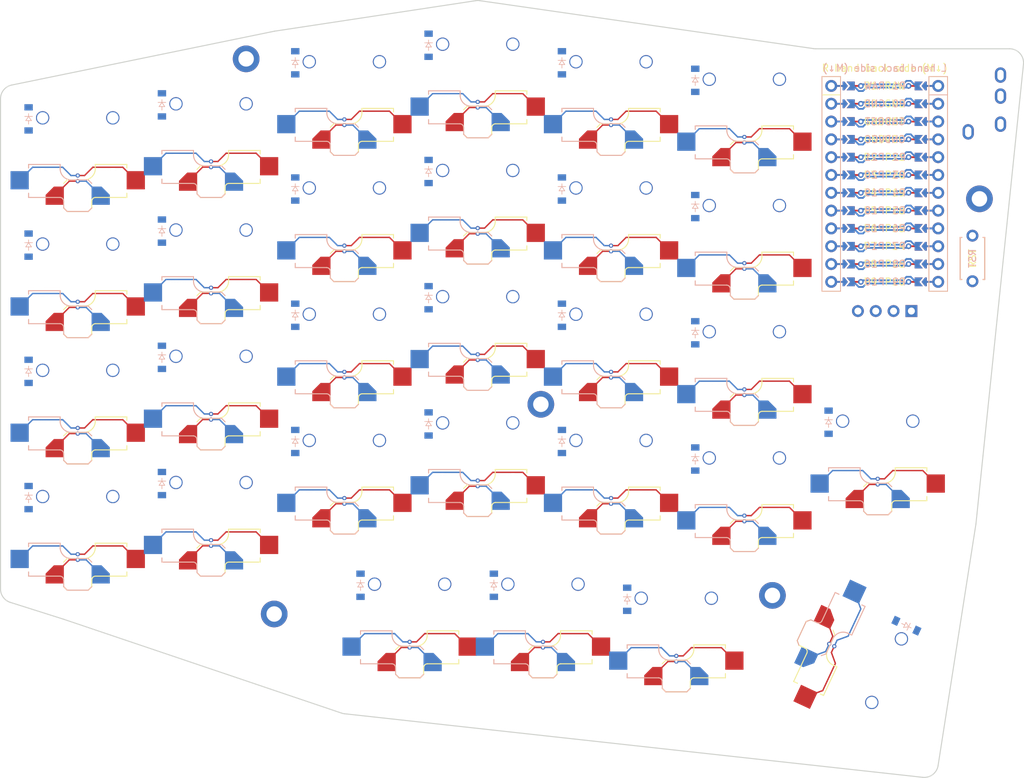
<source format=kicad_pcb>
(kicad_pcb (version 20241229) (generator "pcbnew") (generator_version "9.0")
  (title_block (title "MadoSplit") (date "2025-06-02") (rev "v1.0.0") (company "Unknown"))
  (layers (0 "F.Cu" signal) (2 "B.Cu" signal) (13 "F.Paste" user) (15 "B.Paste" user) (5 "F.SilkS" user "F.Silkscreen") (7 "B.SilkS" user "B.Silkscreen") (1 "F.Mask" user) (3 "B.Mask" user) (25 "Edge.Cuts" user))
  (net 0 "")
  (net 1 "P19")
  (net 2 "mod_bot")
  (net 3 "GND")
  (net 4 "mod_mid")
  (net 5 "mod_top")
  (net 6 "mod_num")
  (net 7 "P18")
  (net 8 "pinky_bot")
  (net 9 "pinky_mid")
  (net 10 "pinky_top")
  (net 11 "pinky_num")
  (net 12 "P15")
  (net 13 "ring_bot")
  (net 14 "ring_mid")
  (net 15 "ring_top")
  (net 16 "ring_num")
  (net 17 "P14")
  (net 18 "middle_bot")
  (net 19 "middle_mid")
  (net 20 "middle_top")
  (net 21 "middle_num")
  (net 22 "P16")
  (net 23 "index_bot")
  (net 24 "index_mid")
  (net 25 "index_top")
  (net 26 "index_num")
  (net 27 "P10")
  (net 28 "inner_bot")
  (net 29 "inner_mid")
  (net 30 "inner_top")
  (net 31 "inner_num")
  (net 32 "reach_reach")
  (net 33 "tucky1_stretch")
  (net 34 "tucky2_stretch")
  (net 35 "tucky3_stretch")
  (net 36 "reachy_stretch")
  (net 37 "P7")
  (net 38 "P6")
  (net 39 "P5")
  (net 40 "P4")
  (net 41 "P8")
  (net 42 "P9")
  (net 43 "RAW")
  (net 44 "RST")
  (net 45 "VCC")
  (net 46 "P21")
  (net 47 "P20")
  (net 48 "P1")
  (net 49 "P0")
  (net 50 "P2")
  (net 51 "P3")
  (net 52 "MCU1_24")
  (net 53 "MCU1_1")
  (net 54 "MCU1_23")
  (net 55 "MCU1_2")
  (net 56 "MCU1_22")
  (net 57 "MCU1_3")
  (net 58 "MCU1_21")
  (net 59 "MCU1_4")
  (net 60 "MCU1_20")
  (net 61 "MCU1_5")
  (net 62 "MCU1_19")
  (net 63 "MCU1_6")
  (net 64 "MCU1_18")
  (net 65 "MCU1_7")
  (net 66 "MCU1_17")
  (net 67 "MCU1_8")
  (net 68 "MCU1_16")
  (net 69 "MCU1_9")
  (net 70 "MCU1_15")
  (net 71 "MCU1_10")
  (net 72 "MCU1_14")
  (net 73 "MCU1_11")
  (net 74 "MCU1_13")
  (net 75 "MCU1_12")
  (footprint "ceoloide:mounting_hole_plated" (layer "F.Cu") (at 228.5 52.4)
    (property "Reference" "H4" (hide yes))
    (property "Value" "")
  )
  (footprint "ceoloide:reset_switch_tht_top" (layer "F.Cu") (at 227.5 60.9 90)
    (property "Reference" "RST1" (hide yes))
    (property "Value" "")
  )
  (footprint "ceoloide:trrs_pj320a" (layer "F.Cu") (at 229.2 31.55)
    (property "Reference" "TRRS1" (hide yes))
    (property "Value" "")
  )
  (footprint "ceoloide:mcu_supermini_nrf52840" (layer "F.Cu") (at 215 49)
    (property "Reference" "MCU1" (hide yes))
    (property "Value" "")
  )
  (footprint "ceoloide:mounting_hole_plated" (layer "F.Cu") (at 199 108.95)
    (property "Reference" "H3" (hide yes))
    (property "Value" "")
  )
  (footprint "lib:OLED_headers" (layer "F.Cu") (at 209 70 90)
    (property "Reference" "OLED1" (hide yes))
    (property "Value" "OLED")
  )
  (footprint "ceoloide:mounting_hole_plated" (layer "F.Cu") (at 124 32.44)
    (property "Reference" "H1" (hide yes))
    (property "Value" "")
  )
  (footprint "ceoloide:mounting_hole_plated" (layer "F.Cu") (at 166 81.7)
    (property "Reference" "H5" (hide yes))
    (property "Value" "")
  )
  (footprint "ceoloide:mounting_hole_plated" (layer "F.Cu") (at 128 111.6)
    (property "Reference" "H2" (hide yes))
    (property "Value" "")
  )
  (footprint "ceoloide:diode_tht_sod123" (layer "B.Cu") (at 150 48.5 -90)
    (property "Reference" "D15" (hide yes))
    (property "Value" "")
  )
  (footprint "ceoloide:diode_tht_sod123" (layer "B.Cu") (at 178.3 109.5 -90)
    (property "Reference" "D28" (hide yes))
    (property "Value" "")
  )
  (footprint "ceoloide:switch_choc_v1_v2" (layer "B.Cu") (at 100 64 180)
    (property "Reference" "S3" (hide yes))
    (property "Value" "")
  )
  (footprint "ceoloide:switch_choc_v1_v2" (layer "B.Cu") (at 100 46 180)
    (property "Reference" "S4" (hide yes))
    (property "Value" "")
  )
  (footprint "ceoloide:switch_choc_v1_v2" (layer "B.Cu") (at 195 76.5 180)
    (property "Reference" "S22" (hide yes))
    (property "Value" "")
  )
  (footprint "ceoloide:switch_choc_v1_v2" (layer "B.Cu") (at 176 38 180)
    (property "Reference" "S20" (hide yes))
    (property "Value" "")
  )
  (footprint "ceoloide:diode_tht_sod123" (layer "B.Cu") (at 169 33 -90)
    (property "Reference" "D20" (hide yes))
    (property "Value" "")
  )
  (footprint "ceoloide:switch_choc_v1_v2" (layer "B.Cu") (at 138 74 180)
    (property "Reference" "S10" (hide yes))
    (property "Value" "")
  )
  (footprint "ceoloide:diode_tht_sod123" (layer "B.Cu") (at 188 71.5 -90)
    (property "Reference" "D22" (hide yes))
    (property "Value" "")
  )
  (footprint "ceoloide:switch_choc_v1_v2" (layer "B.Cu") (at 166.3 112.5 180)
    (property "Reference" "S27" (hide yes))
    (property "Value" "")
  )
  (footprint "ceoloide:switch_choc_v1_v2" (layer "B.Cu") (at 100 82 180)
    (property "Reference" "S2" (hide yes))
    (property "Value" "")
  )
  (footprint "ceoloide:switch_choc_v1_v2" (layer "B.Cu") (at 176 92 180)
    (property "Reference" "S17" (hide yes))
    (property "Value" "")
  )
  (footprint "ceoloide:diode_tht_sod123" (layer "B.Cu") (at 112 39 -90)
    (property "Reference" "D8" (hide yes))
    (property "Value" "")
  )
  (footprint "ceoloide:diode_tht_sod123" (layer "B.Cu") (at 140.3 107.5 -90)
    (property "Reference" "D26" (hide yes))
    (property "Value" "")
  )
  (footprint "ceoloide:switch_choc_v1_v2" (layer "B.Cu") (at 195 94.5 180)
    (property "Reference" "S21" (hide yes))
    (property "Value" "")
  )
  (footprint "ceoloide:switch_choc_v1_v2" (layer "B.Cu") (at 157 71.5 180)
    (property "Reference" "S14" (hide yes))
    (property "Value" "")
  )
  (footprint "ceoloide:switch_choc_v1_v2" (layer "B.Cu") (at 185.3 114.5 180)
    (property "Reference" "S28" (hide yes))
    (property "Value" "")
  )
  (footprint "ceoloide:diode_tht_sod123" (layer "B.Cu") (at 93 41 -90)
    (property "Reference" "D4" (hide yes))
    (property "Value" "")
  )
  (footprint "ceoloide:diode_tht_sod123" (layer "B.Cu") (at 159.3 107.5 -90)
    (property "Reference" "D27" (hide yes))
    (property "Value" "")
  )
  (footprint "ceoloide:switch_choc_v1_v2" (layer "B.Cu") (at 119 80 180)
    (property "Reference" "S6" (hide yes))
    (property "Value" "")
  )
  (footprint "ceoloide:diode_tht_sod123" (layer "B.Cu") (at 131 33 -90)
    (property "Reference" "D12" (hide yes))
    (property "Value" "")
  )
  (footprint "ceoloide:switch_choc_v1_v2" (layer "B.Cu") (at 176 56 180)
    (property "Reference" "S19" (hide yes))
    (property "Value" "")
  )
  (footprint "ceoloide:switch_choc_v1_v2" (layer "B.Cu") (at 157 89.5 180)
    (property "Reference" "S13" (hide yes))
    (property "Value" "")
  )
  (footprint "ceoloide:diode_tht_sod123" (layer "B.Cu") (at 93 59 -90)
    (property "Reference" "D3" (hide yes))
    (property "Value" "")
  )
  (footprint "ceoloide:diode_tht_sod123" (layer "B.Cu") (at 131 69 -90)
    (property "Reference" "D10" (hide yes))
    (property "Value" "")
  )
  (footprint "ceoloide:diode_tht_sod123" (layer "B.Cu") (at 150 84.5 -90)
    (property "Reference" "D13" (hide yes))
    (property "Value" "")
  )
  (footprint "ceoloide:diode_tht_sod123" (layer "B.Cu") (at 188 35.5 -90)
    (property "Reference" "D24" (hide yes))
    (property "Value" "")
  )
  (footprint "ceoloide:switch_choc_v1_v2" (layer "B.Cu") (at 157 53.5 180)
    (property "Reference" "S15" (hide yes))
    (property "Value" "")
  )
  (footprint "ceoloide:switch_choc_v1_v2" (layer "B.Cu") (at 195 40.5 180)
    (property "Reference" "S24" (hide yes))
    (property "Value" "")
  )
  (footprint "ceoloide:diode_tht_sod123" (layer "B.Cu") (at 131 87 -90)
    (property "Reference" "D9" (hide yes))
    (property "Value" "")
  )
  (footprint "ceoloide:switch_choc_v1_v2" (layer "B.Cu") (at 119 62 180)
    (property "Reference" "S7" (hide yes))
    (property "Value" "")
  )
  (footprint "ceoloide:switch_choc_v1_v2" (layer "B.Cu") (at 138 38 180)
    (property "Reference" "S12" (hide yes))
    (property "Value" "")
  )
  (footprint "ceoloide:diode_tht_sod123" (layer "B.Cu") (at 131 51 -90)
    (property "Reference" "D11" (hide yes))
    (property "Value" "")
  )
  (footprint "ceoloide:switch_choc_v1_v2" (layer "B.Cu") (at 119 44 180)
    (property "Reference" "S8" (hide yes))
    (property "Value" "")
  )
  (footprint "ceoloide:switch_choc_v1_v2" (layer "B.Cu") (at 147.3 112.5 180)
    (property "Reference" "S26" (hide yes))
    (property "Value" "")
  )
  (footprint "ceoloide:diode_tht_sod123" (layer "B.Cu") (at 169 51 -90)
    (property "Reference" "D19" (hide yes))
    (property "Value" "")
  )
  (footprint "ceoloide:switch_choc_v1_v2" (layer "B.Cu") (at 195 58.5 180)
    (property "Reference" "S23" (hide yes))
    (property "Value" "")
  )
  (footprint "ceoloide:switch_choc_v1_v2" (layer "B.Cu") (at 119 98 180)
    (property "Reference" "S5" (hide yes))
    (property "Value" "")
  )
  (footprint "ceoloide:diode_tht_sod123" (layer "B.Cu") (at 188 53.5 -90)
    (property "Reference" "D23" (hide yes))
    (property "Value" "")
  )
  (footprint "ceoloide:switch_choc_v1_v2" (layer "B.Cu") (at 210.6 117.5 65)
    (property "Reference" "S29" (hide yes))
    (property "Value" "")
  )
  (footprint "ceoloide:switch_choc_v1_v2" (layer "B.Cu") (at 138 92 180)
    (property "Reference" "S9" (hide yes))
    (property "Value" "")
  )
  (footprint "ceoloide:diode_tht_sod123" (layer "B.Cu") (at 188 89.5 -90)
    (property "Reference" "D21" (hide yes))
    (property "Value" "")
  )
  (footprint "ceoloide:diode_tht_sod123" (layer "B.Cu") (at 112 75 -90)
    (property "Reference" "D6" (hide yes))
    (property "Value" "")
  )
  (footprint "ceoloide:switch_choc_v1_v2" (layer "B.Cu") (at 138 56 180)
    (property "Reference" "S11" (hide yes))
    (property "Value" "")
  )
  (footprint "ceoloide:diode_tht_sod123" (layer "B.Cu") (at 169 69 -90)
    (property "Reference" "D18" (hide yes))
    (property "Value" "")
  )
  (footprint "ceoloide:diode_tht_sod123" (layer "B.Cu") (at 112 93 -90)
    (property "Reference" "D5" (hide yes))
    (property "Value" "")
  )
  (footprint "ceoloide:diode_tht_sod123" (layer "B.Cu") (at 93 95 -90)
    (property "Reference" "D1" (hide yes))
    (property "Value" "")
  )
  (footprint "ceoloide:switch_choc_v1_v2" (layer "B.Cu") (at 214 89.25 180)
    (property "Reference" "S25" (hide yes))
    (property "Value" "")
  )
  (footprint "ceoloide:diode_tht_sod123" (layer "B.Cu") (at 169 87 -90)
    (property "Reference" "D17" (hide yes))
    (property "Value" "")
  )
  (footprint "ceoloide:diode_tht_sod123" (layer "B.Cu") (at 150 66.5 -90)
    (property "Reference" "D14" (hide yes))
    (property "Value" "")
  )
  (footprint "ceoloide:switch_choc_v1_v2" (layer "B.Cu") (at 100 100 180)
    (property "Reference" "S1" (hide yes))
    (property "Value" "")
  )
  (footprint "ceoloide:diode_tht_sod123" (layer "B.Cu") (at 112 57 -90)
    (property "Reference" "D7" (hide yes))
    (property "Value" "")
  )
  (footprint "ceoloide:diode_tht_sod123" (layer "B.Cu") (at 93 77 -90)
    (property "Reference" "D2" (hide yes))
    (property "Value" "")
  )
  (footprint "ceoloide:switch_choc_v1_v2" (layer "B.Cu") (at 176 74 180)
    (property "Reference" "S18" (hide yes))
    (property "Value" "")
  )
  (footprint "ceoloide:diode_tht_sod123" (layer "B.Cu") (at 150 30.5 -90)
    (property "Reference" "D16" (hide yes))
    (property "Value" "")
  )
  (footprint "ceoloide:diode_tht_sod123" (layer "B.Cu") (at 218.089867 113.268937 155)
    (property "Reference" "D29" (hide yes))
    (property "Value" "")
  )
  (footprint "ceoloide:diode_tht_sod123" (layer "B.Cu") (at 207 84.25 -90)
    (property "Reference" "D25" (hide yes))
    (property "Value" "")
  )
  (footprint "ceoloide:switch_choc_v1_v2" (layer "B.Cu") (at 157 35.5 180)
    (property "Reference" "S16" (hide yes))
    (property "Value" "")
  )
  (gr_line (start 232.782711 31) (end 205.143015 31) (stroke (width 0.15)) (layer "Edge.Cuts"))
  (gr_arc (start 127.949298 28.5104) (mid 128.000117 28.500658) (end 128.051171 28.492236) (stroke (width 0.15)) (layer "Edge.Cuts"))
  (gr_arc (start 232.782711 31) (mid 234.267812 31.660432) (end 234.772121 33.205548) (stroke (width 0.15)) (layer "Edge.Cuts"))
  (gr_arc (start 97.981683 112.344199) (mid 97.999972 112.350088) (end 98.018204 112.356152) (stroke (width 0.15)) (layer "Edge.Cuts"))
  (gr_line (start 127.949298 28.5104) (end 90.598112 36.172182) (stroke (width 0.15)) (layer "Edge.Cuts"))
  (gr_line (start 228.005379 98.697939) (end 234.772121 33.205548) (stroke (width 0.15)) (layer "Edge.Cuts"))
  (gr_line (start 156.707874 24.144323) (end 128.051171 28.492236) (stroke (width 0.15)) (layer "Edge.Cuts"))
  (gr_line (start 98.018204 112.356152) (end 137.59427 125.730476) (stroke (width 0.15)) (layer "Edge.Cuts"))
  (gr_line (start 89 38.131388) (end 89 108.035451) (stroke (width 0.15)) (layer "Edge.Cuts"))
  (gr_line (start 90.396217 109.942135) (end 97.981683 112.3442) (stroke (width 0.15)) (layer "Edge.Cuts"))
  (gr_arc (start 138.015858 125.823748) (mid 137.80254 125.78852) (end 137.59427 125.730476) (stroke (width 0.15)) (layer "Edge.Cuts"))
  (gr_arc (start 89 38.131388) (mid 89.450202 36.86723) (end 90.598112 36.172182) (stroke (width 0.15)) (layer "Edge.Cuts"))
  (gr_line (start 138.015858 125.823748) (end 220.410896 134.888703) (stroke (width 0.15)) (layer "Edge.Cuts"))
  (gr_arc (start 222.605549 133.210016) (mid 221.844708 134.489273) (end 220.410896 134.888703) (stroke (width 0.15)) (layer "Edge.Cuts"))
  (gr_arc (start 205.143015 31) (mid 205.000364 30.994908) (end 204.85844 30.979651) (stroke (width 0.15)) (layer "Edge.Cuts"))
  (gr_line (start 222.605549 133.210016) (end 227.991905 98.801709) (stroke (width 0.15)) (layer "Edge.Cuts"))
  (gr_arc (start 90.396217 109.942135) (mid 89.386395 109.217063) (end 89 108.035451) (stroke (width 0.15)) (layer "Edge.Cuts"))
  (gr_line (start 204.85844 30.979651) (end 157.292463 24.142042) (stroke (width 0.15)) (layer "Edge.Cuts"))
  (gr_arc (start 156.707874 24.144323) (mid 157.000085 24.121706) (end 157.292463 24.142042) (stroke (width 0.15)) (layer "Edge.Cuts"))
  (gr_arc (start 228.005379 98.697939) (mid 227.999322 98.749912) (end 227.991905 98.801709) (stroke (width 0.15)) (layer "Edge.Cuts"))
  (segment (start 98.8 67.875) (end 100 67.875) (width 0.2) (layer "F.Cu") (net 1))
  (segment (start 96.725 105.95) (end 98.8 103.875) (width 0.2) (layer "F.Cu") (net 1))
  (segment (start 96.725 51.95) (end 98.8 49.875) (width 0.2) (layer "F.Cu") (net 1))
  (segment (start 98.8 85.875) (end 100 85.875) (width 0.2) (layer "F.Cu") (net 1))
  (segment (start 96.725 69.95) (end 98.8 67.875) (width 0.2) (layer "F.Cu") (net 1))
  (segment (start 98.8 49.875) (end 100 49.875) (width 0.2) (layer "F.Cu") (net 1))
  (segment (start 98.8 103.875) (end 100 103.875) (width 0.2) (layer "F.Cu") (net 1))
  (segment (start 96.725 87.95) (end 98.8 85.875) (width 0.2) (layer "F.Cu") (net 1))
  (segment (start 219.775 51.54) (end 218.4 51.54) (width 0.25) (layer "F.Cu") (net 1))
  (via (at 100 67.875) (size 0.6) (drill 0.3) (layers "F.Cu" "B.Cu") (net 1))
  (via (at 100 103.875) (size 0.6) (drill 0.3) (layers "F.Cu" "B.Cu") (net 1))
  (via (at 100 49.875) (size 0.6) (drill 0.3) (layers "F.Cu" "B.Cu") (net 1))
  (via (at 100 85.875) (size 0.6) (drill 0.3) (layers "F.Cu" "B.Cu") (net 1))
  (segment (start 211.900305 52.265) (end 212.395305 51.77) (width 0.25) (layer "B.Cu") (net 1))
  (segment (start 103.275 87.95) (end 101.2 85.875) (width 0.2) (layer "B.Cu") (net 1))
  (segment (start 210.574695 51.54) (end 211.299695 52.265) (width 0.25) (layer "B.Cu") (net 1))
  (segment (start 101.2 103.875) (end 100 103.875) (width 0.2) (layer "B.Cu") (net 1))
  (segment (start 101.2 49.875) (end 100 49.875) (width 0.2) (layer "B.Cu") (net 1))
  (segment (start 212.395305 51.77) (end 218.17 51.77) (width 0.25) (layer "B.Cu") (net 1))
  (segment (start 103.275 69.95) (end 101.2 67.875) (width 0.2) (layer "B.Cu") (net 1))
  (segment (start 210.225 51.54) (end 210.574695 51.54) (width 0.25) (layer "B.Cu") (net 1))
  (segment (start 103.275 105.95) (end 101.2 103.875) (width 0.2) (layer "B.Cu") (net 1))
  (segment (start 101.2 67.875) (end 100 67.875) (width 0.2) (layer "B.Cu") (net 1))
  (segment (start 211.299695 52.265) (end 211.900305 52.265) (width 0.25) (layer "B.Cu") (net 1))
  (segment (start 103.275 51.95) (end 101.2 49.875) (width 0.2) (layer "B.Cu") (net 1))
  (segment (start 101.2 85.875) (end 100 85.875) (width 0.2) (layer "B.Cu") (net 1))
  (segment (start 100.975 103.075) (end 100 103.075) (width 0.2) (layer "F.Cu") (net 2))
  (segment (start 102.154 101.896) (end 100.975 103.075) (width 0.2) (layer "F.Cu") (net 2))
  (segment (start 108.275 103.75) (end 106.421 101.896) (width 0.2) (layer "F.Cu") (net 2))
  (segment (start 106.421 101.896) (end 102.154 101.896) (width 0.2) (layer "F.Cu") (net 2))
  (via (at 100 103.075) (size 0.6) (drill 0.3) (layers "F.Cu" "B.Cu") (net 2))
  (segment (start 97.859834 101.896) (end 99.038834 103.075) (width 0.2) (layer "B.Cu") (net 2))
  (segment (start 91.725 103.75) (end 93.579 101.896) (width 0.2) (layer "B.Cu") (net 2))
  (segment (start 93.579 101.896) (end 97.859834 101.896) (width 0.2) (layer "B.Cu") (net 2))
  (segment (start 99.038834 103.075) (end 100 103.075) (width 0.2) (layer "B.Cu") (net 2))
  (segment (start 210.225 43.92) (end 211.6 43.92) (width 0.25) (layer "F.Cu") (net 3))
  (segment (start 219.775 38.84) (end 218.4 38.84) (width 0.25) (layer "F.Cu") (net 3))
  (segment (start 210.225 41.38) (end 211.6 41.38) (width 0.25) (layer "F.Cu") (net 3))
  (segment (start 218.099695 40.655) (end 217.594695 41.16) (width 0.25) (layer "B.Cu") (net 3))
  (segment (start 210.574695 38.84) (end 211.299695 39.565) (width 0.25) (layer "B.Cu") (net 3))
  (segment (start 219.775 41.38) (end 219.425305 41.38) (width 0.25) (layer "B.Cu") (net 3))
  (segment (start 219.425305 43.92) (end 218.700305 43.195) (width 0.25) (layer "B.Cu") (net 3))
  (segment (start 219.775 43.92) (end 219.425305 43.92) (width 0.25) (layer "B.Cu") (net 3))
  (segment (start 211.299695 39.565) (end 211.900305 39.565) (width 0.25) (layer "B.Cu") (net 3))
  (segment (start 218.700305 43.195) (end 218.099695 43.195) (width 0.25) (layer "B.Cu") (net 3))
  (segment (start 212.395305 39.07) (end 218.17 39.07) (width 0.25) (layer "B.Cu") (net 3))
  (segment (start 218.700305 40.655) (end 218.099695 40.655) (width 0.25) (layer "B.Cu") (net 3))
  (segment (start 219.425305 41.38) (end 218.700305 40.655) (width 0.25) (layer "B.Cu") (net 3))
  (segment (start 218.099695 43.195) (end 217.594695 43.7) (width 0.25) (layer "B.Cu") (net 3))
  (segment (start 217.594695 43.7) (end 211.82 43.7) (width 0.25) (layer "B.Cu") (net 3))
  (segment (start 217.594695 41.16) (end 211.82 41.16) (width 0.25) (layer "B.Cu") (net 3))
  (segment (start 211.900305 39.565) (end 212.395305 39.07) (width 0.25) (layer "B.Cu") (net 3))
  (segment (start 210.225 38.84) (end 210.574695 38.84) (width 0.25) (layer "B.Cu") (net 3))
  (segment (start 108.275 85.75) (end 106.421 83.896) (width 0.2) (layer "F.Cu") (net 4))
  (segment (start 106.421 83.896) (end 102.154 83.896) (width 0.2) (layer "F.Cu") (net 4))
  (segment (start 102.154 83.896) (end 100.975 85.075) (width 0.2) (layer "F.Cu") (net 4))
  (segment (start 100.975 85.075) (end 100 85.075) (width 0.2) (layer "F.Cu") (net 4))
  (via (at 100 85.075) (size 0.6) (drill 0.3) (layers "F.Cu" "B.Cu") (net 4))
  (segment (start 93.579 83.896) (end 97.859834 83.896) (width 0.2) (layer "B.Cu") (net 4))
  (segment (start 97.859834 83.896) (end 99.038834 85.075) (width 0.2) (layer "B.Cu") (net 4))
  (segment (start 91.725 85.75) (end 93.579 83.896) (width 0.2) (layer "B.Cu") (net 4))
  (segment (start 99.038834 85.075) (end 100 85.075) (width 0.2) (layer "B.Cu") (net 4))
  (segment (start 102.154 65.896) (end 100.975 67.075) (width 0.2) (layer "F.Cu") (net 5))
  (segment (start 100.975 67.075) (end 100 67.075) (width 0.2) (layer "F.Cu") (net 5))
  (segment (start 106.421 65.896) (end 102.154 65.896) (width 0.2) (layer "F.Cu") (net 5))
  (segment (start 108.275 67.75) (end 106.421 65.896) (width 0.2) (layer "F.Cu") (net 5))
  (via (at 100 67.075) (size 0.6) (drill 0.3) (layers "F.Cu" "B.Cu") (net 5))
  (segment (start 91.725 67.75) (end 93.579 65.896) (width 0.2) (layer "B.Cu") (net 5))
  (segment (start 99.038834 67.075) (end 100 67.075) (width 0.2) (layer "B.Cu") (net 5))
  (segment (start 93.579 65.896) (end 97.859834 65.896) (width 0.2) (layer "B.Cu") (net 5))
  (segment (start 97.859834 65.896) (end 99.038834 67.075) (width 0.2) (layer "B.Cu") (net 5))
  (segment (start 102.154 47.896) (end 100.975 49.075) (width 0.2) (layer "F.Cu") (net 6))
  (segment (start 108.275 49.75) (end 106.421 47.896) (width 0.2) (layer "F.Cu") (net 6))
  (segment (start 106.421 47.896) (end 102.154 47.896) (width 0.2) (layer "F.Cu") (net 6))
  (segment (start 100.975 49.075) (end 100 49.075) (width 0.2) (layer "F.Cu") (net 6))
  (via (at 100 49.075) (size 0.6) (drill 0.3) (layers "F.Cu" "B.Cu") (net 6))
  (segment (start 91.725 49.75) (end 93.579 47.896) (width 0.2) (layer "B.Cu") (net 6))
  (segment (start 97.859834 47.896) (end 99.038834 49.075) (width 0.2) (layer "B.Cu") (net 6))
  (segment (start 99.038834 49.075) (end 100 49.075) (width 0.2) (layer "B.Cu") (net 6))
  (segment (start 93.579 47.896) (end 97.859834 47.896) (width 0.2) (layer "B.Cu") (net 6))
  (segment (start 117.8 47.875) (end 119 47.875) (width 0.2) (layer "F.Cu") (net 7))
  (segment (start 117.8 83.875) (end 119 83.875) (width 0.2) (layer "F.Cu") (net 7))
  (segment (start 219.775 54.08) (end 218.4 54.08) (width 0.25) (layer "F.Cu") (net 7))
  (segment (start 117.8 65.875) (end 119 65.875) (width 0.2) (layer "F.Cu") (net 7))
  (segment (start 115.725 85.95) (end 117.8 83.875) (width 0.2) (layer "F.Cu") (net 7))
  (segment (start 115.725 103.95) (end 117.8 101.875) (width 0.2) (layer "F.Cu") (net 7))
  (segment (start 115.725 49.95) (end 117.8 47.875) (width 0.2) (layer "F.Cu") (net 7))
  (segment (start 115.725 67.95) (end 117.8 65.875) (width 0.2) (layer "F.Cu") (net 7))
  (segment (start 117.8 101.875) (end 119 101.875) (width 0.2) (layer "F.Cu") (net 7))
  (via (at 119 101.875) (size 0.6) (drill 0.3) (layers "F.Cu" "B.Cu") (net 7))
  (via (at 119 47.875) (size 0.6) (drill 0.3) (layers "F.Cu" "B.Cu") (net 7))
  (via (at 119 65.875) (size 0.6) (drill 0.3) (layers "F.Cu" "B.Cu") (net 7))
  (via (at 119 83.875) (size 0.6) (drill 0.3) (layers "F.Cu" "B.Cu") (net 7))
  (segment (start 211.299695 54.805) (end 211.900305 54.805) (width 0.25) (layer "B.Cu") (net 7))
  (segment (start 122.275 103.95) (end 120.2 101.875) (width 0.2) (layer "B.Cu") (net 7))
  (segment (start 210.574695 54.08) (end 211.299695 54.805) (width 0.25) (layer "B.Cu") (net 7))
  (segment (start 120.2 101.875) (end 119 101.875) (width 0.2) (layer "B.Cu") (net 7))
  (segment (start 122.275 67.95) (end 120.2 65.875) (width 0.2) (layer "B.Cu") (net 7))
  (segment (start 120.2 47.875) (end 119 47.875) (width 0.2) (layer "B.Cu") (net 7))
  (segment (start 212.395305 54.31) (end 218.17 54.31) (width 0.25) (layer "B.Cu") (net 7))
  (segment (start 120.2 83.875) (end 119 83.875) (width 0.2) (layer "B.Cu") (net 7))
  (segment (start 120.2 65.875) (end 119 65.875) (width 0.2) (layer "B.Cu") (net 7))
  (segment (start 122.275 85.95) (end 120.2 83.875) (width 0.2) (layer "B.Cu") (net 7))
  (segment (start 210.225 54.08) (end 210.574695 54.08) (width 0.25) (layer "B.Cu") (net 7))
  (segment (start 211.900305 54.805) (end 212.395305 54.31) (width 0.25) (layer "B.Cu") (net 7))
  (segment (start 122.275 49.95) (end 120.2 47.875) (width 0.2) (layer "B.Cu") (net 7))
  (segment (start 127.275 101.75) (end 125.421 99.896) (width 0.2) (layer "F.Cu") (net 8))
  (segment (start 119.975 101.075) (end 119 101.075) (width 0.2) (layer "F.Cu") (net 8))
  (segment (start 121.154 99.896) (end 119.975 101.075) (width 0.2) (layer "F.Cu") (net 8))
  (segment (start 125.421 99.896) (end 121.154 99.896) (width 0.2) (layer "F.Cu") (net 8))
  (via (at 119 101.075) (size 0.6) (drill 0.3) (layers "F.Cu" "B.Cu") (net 8))
  (segment (start 118.038834 101.075) (end 119 101.075) (width 0.2) (layer "B.Cu") (net 8))
  (segment (start 112.579 99.896) (end 116.859834 99.896) (width 0.2) (layer "B.Cu") (net 8))
  (segment (start 110.725 101.75) (end 112.579 99.896) (width 0.2) (layer "B.Cu") (net 8))
  (segment (start 116.859834 99.896) (end 118.038834 101.075) (width 0.2) (layer "B.Cu") (net 8))
  (segment (start 125.421 81.896) (end 121.154 81.896) (width 0.2) (layer "F.Cu") (net 9))
  (segment (start 121.154 81.896) (end 119.975 83.075) (width 0.2) (layer "F.Cu") (net 9))
  (segment (start 127.275 83.75) (end 125.421 81.896) (width 0.2) (layer "F.Cu") (net 9))
  (segment (start 119.975 83.075) (end 119 83.075) (width 0.2) (layer "F.Cu") (net 9))
  (via (at 119 83.075) (size 0.6) (drill 0.3) (layers "F.Cu" "B.Cu") (net 9))
  (segment (start 116.859834 81.896) (end 118.038834 83.075) (width 0.2) (layer "B.Cu") (net 9))
  (segment (start 118.038834 83.075) (end 119 83.075) (width 0.2) (layer "B.Cu") (net 9))
  (segment (start 112.579 81.896) (end 116.859834 81.896) (width 0.2) (layer "B.Cu") (net 9))
  (segment (start 110.725 83.75) (end 112.579 81.896) (width 0.2) (layer "B.Cu") (net 9))
  (segment (start 119.975 65.075) (end 119 65.075) (width 0.2) (layer "F.Cu") (net 10))
  (segment (start 127.275 65.75) (end 125.421 63.896) (width 0.2) (layer "F.Cu") (net 10))
  (segment (start 121.154 63.896) (end 119.975 65.075) (width 0.2) (layer "F.Cu") (net 10))
  (segment (start 125.421 63.896) (end 121.154 63.896) (width 0.2) (layer "F.Cu") (net 10))
  (via (at 119 65.075) (size 0.6) (drill 0.3) (layers "F.Cu" "B.Cu") (net 10))
  (segment (start 116.859834 63.896) (end 118.038834 65.075) (width 0.2) (layer "B.Cu") (net 10))
  (segment (start 110.725 65.75) (end 112.579 63.896) (width 0.2) (layer "B.Cu") (net 10))
  (segment (start 112.579 63.896) (end 116.859834 63.896) (width 0.2) (layer "B.Cu") (net 10))
  (segment (start 118.038834 65.075) (end 119 65.075) (width 0.2) (layer "B.Cu") (net 10))
  (segment (start 127.275 47.75) (end 125.421 45.896) (width 0.2) (layer "F.Cu") (net 11))
  (segment (start 121.154 45.896) (end 119.975 47.075) (width 0.2) (layer "F.Cu") (net 11))
  (segment (start 119.975 47.075) (end 119 47.075) (width 0.2) (layer "F.Cu") (net 11))
  (segment (start 125.421 45.896) (end 121.154 45.896) (width 0.2) (layer "F.Cu") (net 11))
  (via (at 119 47.075) (size 0.6) (drill 0.3) (layers "F.Cu" "B.Cu") (net 11))
  (segment (start 110.725 47.75) (end 112.579 45.896) (width 0.2) (layer "B.Cu") (net 11))
  (segment (start 112.579 45.896) (end 116.859834 45.896) (width 0.2) (layer "B.Cu") (net 11))
  (segment (start 118.038834 47.075) (end 119 47.075) (width 0.2) (layer "B.Cu") (net 11))
  (segment (start 116.859834 45.896) (end 118.038834 47.075) (width 0.2) (layer "B.Cu") (net 11))
  (segment (start 134.725 61.95) (end 136.8 59.875) (width 0.2) (layer "F.Cu") (net 12))
  (segment (start 136.8 41.875) (end 138 41.875) (width 0.2) (layer "F.Cu") (net 12))
  (segment (start 136.8 95.875) (end 138 95.875) (width 0.2) (layer "F.Cu") (net 12))
  (segment (start 136.8 59.875) (end 138 59.875) (width 0.2) (layer "F.Cu") (net 12))
  (segment (start 134.725 79.95) (end 136.8 77.875) (width 0.2) (layer "F.Cu") (net 12))
  (segment (start 146.1 116.375) (end 147.3 116.375) (width 0.2) (layer "F.Cu") (net 12))
  (segment (start 136.8 77.875) (end 138 77.875) (width 0.2) (layer "F.Cu") (net 12))
  (segment (start 219.775 56.62) (end 218.4 56.62) (width 0.25) (layer "F.Cu") (net 12))
  (segment (start 134.725 43.95) (end 136.8 41.875) (width 0.2) (layer "F.Cu") (net 12))
  (segment (start 134.725 97.95) (end 136.8 95.875) (width 0.2) (layer "F.Cu") (net 12))
  (segment (start 144.025 118.45) (end 146.1 116.375) (width 0.2) (layer "F.Cu") (net 12))
  (via (at 138 95.875) (size 0.6) (drill 0.3) (layers "F.Cu" "B.Cu") (net 12))
  (via (at 138 41.875) (size 0.6) (drill 0.3) (layers "F.Cu" "B.Cu") (net 12))
  (via (at 138 59.875) (size 0.6) (drill 0.3) (layers "F.Cu" "B.Cu") (net 12))
  (via (at 138 77.875) (size 0.6) (drill 0.3) (layers "F.Cu" "B.Cu") (net 12))
  (via (at 147.3 116.375) (size 0.6) (drill 0.3) (layers "F.Cu" "B.Cu") (net 12))
  (segment (start 139.2 95.875) (end 138 95.875) (width 0.2) (layer "B.Cu") (net 12))
  (segment (start 211.299695 57.345) (end 211.900305 57.345) (width 0.25) (layer "B.Cu") (net 12))
  (segment (start 141.275 61.95) (end 139.2 59.875) (width 0.2) (layer "B.Cu") (net 12))
  (segment (start 139.2 41.875) (end 138 41.875) (width 0.2) (layer "B.Cu") (net 12))
  (segment (start 139.2 77.875) (end 138 77.875) (width 0.2) (layer "B.Cu") (net 12))
  (segment (start 141.275 97.95) (end 139.2 95.875) (width 0.2) (layer "B.Cu") (net 12))
  (segment (start 150.575 118.45) (end 148.5 116.375) (width 0.2) (layer "B.Cu") (net 12))
  (segment (start 210.225 56.62) (end 210.574695 56.62) (width 0.25) (layer "B.Cu") (net 12))
  (segment (start 212.395305 56.85) (end 218.17 56.85) (width 0.25) (layer "B.Cu") (net 12))
  (segment (start 141.275 79.95) (end 139.2 77.875) (width 0.2) (layer "B.Cu") (net 12))
  (segment (start 148.5 116.375) (end 147.3 116.375) (width 0.2) (layer "B.Cu") (net 12))
  (segment (start 211.900305 57.345) (end 212.395305 56.85) (width 0.25) (layer "B.Cu") (net 12))
  (segment (start 210.574695 56.62) (end 211.299695 57.345) (width 0.25) (layer "B.Cu") (net 12))
  (segment (start 139.2 59.875) (end 138 59.875) (width 0.2) (layer "B.Cu") (net 12))
  (segment (start 141.275 43.95) (end 139.2 41.875) (width 0.2) (layer "B.Cu") (net 12))
  (segment (start 146.275 95.75) (end 144.421 93.896) (width 0.2) (layer "F.Cu") (net 13))
  (segment (start 140.154 93.896) (end 138.975 95.075) (width 0.2) (layer "F.Cu") (net 13))
  (segment (start 138.975 95.075) (end 138 95.075) (width 0.2) (layer "F.Cu") (net 13))
  (segment (start 144.421 93.896) (end 140.154 93.896) (width 0.2) (layer "F.Cu") (net 13))
  (via (at 138 95.075) (size 0.6) (drill 0.3) (layers "F.Cu" "B.Cu") (net 13))
  (segment (start 129.725 95.75) (end 131.579 93.896) (width 0.2) (layer "B.Cu") (net 13))
  (segment (start 131.579 93.896) (end 135.859834 93.896) (width 0.2) (layer "B.Cu") (net 13))
  (segment (start 135.859834 93.896) (end 137.038834 95.075) (width 0.2) (layer "B.Cu") (net 13))
  (segment (start 137.038834 95.075) (end 138 95.075) (width 0.2) (layer "B.Cu") (net 13))
  (segment (start 138.975 77.075) (end 138 77.075) (width 0.2) (layer "F.Cu") (net 14))
  (segment (start 146.275 77.75) (end 144.421 75.896) (width 0.2) (layer "F.Cu") (net 14))
  (segment (start 144.421 75.896) (end 140.154 75.896) (width 0.2) (layer "F.Cu") (net 14))
  (segment (start 140.154 75.896) (end 138.975 77.075) (width 0.2) (layer "F.Cu") (net 14))
  (via (at 138 77.075) (size 0.6) (drill 0.3) (layers "F.Cu" "B.Cu") (net 14))
  (segment (start 137.038834 77.075) (end 138 77.075) (width 0.2) (layer "B.Cu") (net 14))
  (segment (start 131.579 75.896) (end 135.859834 75.896) (width 0.2) (layer "B.Cu") (net 14))
  (segment (start 135.859834 75.896) (end 137.038834 77.075) (width 0.2) (layer "B.Cu") (net 14))
  (segment (start 129.725 77.75) (end 131.579 75.896) (width 0.2) (layer "B.Cu") (net 14))
  (segment (start 138.975 59.075) (end 138 59.075) (width 0.2) (layer "F.Cu") (net 15))
  (segment (start 140.154 57.896) (end 138.975 59.075) (width 0.2) (layer "F.Cu") (net 15))
  (segment (start 146.275 59.75) (end 144.421 57.896) (width 0.2) (layer "F.Cu") (net 15))
  (segment (start 144.421 57.896) (end 140.154 57.896) (width 0.2) (layer "F.Cu") (net 15))
  (via (at 138 59.075) (size 0.6) (drill 0.3) (layers "F.Cu" "B.Cu") (net 15))
  (segment (start 137.038834 59.075) (end 138 59.075) (width 0.2) (layer "B.Cu") (net 15))
  (segment (start 135.859834 57.896) (end 137.038834 59.075) (width 0.2) (layer "B.Cu") (net 15))
  (segment (start 131.579 57.896) (end 135.859834 57.896) (width 0.2) (layer "B.Cu") (net 15))
  (segment (start 129.725 59.75) (end 131.579 57.896) (width 0.2) (layer "B.Cu") (net 15))
  (segment (start 138.975 41.075) (end 138 41.075) (width 0.2) (layer "F.Cu") (net 16))
  (segment (start 144.421 39.896) (end 140.154 39.896) (width 0.2) (layer "F.Cu") (net 16))
  (segment (start 146.275 41.75) (end 144.421 39.896) (width 0.2) (layer "F.Cu") (net 16))
  (segment (start 140.154 39.896) (end 138.975 41.075) (width 0.2) (layer "F.Cu") (net 16))
  (via (at 138 41.075) (size 0.6) (drill 0.3) (layers "F.Cu" "B.Cu") (net 16))
  (segment (start 131.579 39.896) (end 135.859834 39.896) (width 0.2) (layer "B.Cu") (net 16))
  (segment (start 137.038834 41.075) (end 138 41.075) (width 0.2) (layer "B.Cu") (net 16))
  (segment (start 129.725 41.75) (end 131.579 39.896) (width 0.2) (layer "B.Cu") (net 16))
  (segment (start 135.859834 39.896) (end 137.038834 41.075) (width 0.2) (layer "B.Cu") (net 16))
  (segment (start 165.1 116.375) (end 166.3 116.375) (width 0.2) (layer "F.Cu") (net 17))
  (segment (start 153.725 95.45) (end 155.8 93.375) (width 0.2) (layer "F.Cu") (net 17))
  (segment (start 219.775 59.16) (end 218.4 59.16) (width 0.25) (layer "F.Cu") (net 17))
  (segment (start 155.8 93.375) (end 157 93.375) (width 0.2) (layer "F.Cu") (net 17))
  (segment (start 153.725 77.45) (end 155.8 75.375) (width 0.2) (layer "F.Cu") (net 17))
  (segment (start 155.8 39.375) (end 157 39.375) (width 0.2) (layer "F.Cu") (net 17))
  (segment (start 153.725 41.45) (end 155.8 39.375) (width 0.2) (layer "F.Cu") (net 17))
  (segment (start 163.025 118.45) (end 165.1 116.375) (width 0.2) (layer "F.Cu") (net 17))
  (segment (start 155.8 57.375) (end 157 57.375) (width 0.2) (layer "F.Cu") (net 17))
  (segment (start 155.8 75.375) (end 157 75.375) (width 0.2) (layer "F.Cu") (net 17))
  (segment (start 153.725 59.45) (end 155.8 57.375) (width 0.2) (layer "F.Cu") (net 17))
  (via (at 166.3 116.375) (size 0.6) (drill 0.3) (layers "F.Cu" "B.Cu") (net 17))
  (via (at 157 57.375) (size 0.6) (drill 0.3) (layers "F.Cu" "B.Cu") (net 17))
  (via (at 157 39.375) (size 0.6) (drill 0.3) (layers "F.Cu" "B.Cu") (net 17))
  (via (at 157 75.375) (size 0.6) (drill 0.3) (layers "F.Cu" "B.Cu") (net 17))
  (via (at 157 93.375) (size 0.6) (drill 0.3) (layers "F.Cu" "B.Cu") (net 17))
  (segment (start 160.275 77.45) (end 158.2 75.375) (width 0.2) (layer "B.Cu") (net 17))
  (segment (start 158.2 75.375) (end 157 75.375) (width 0.2) (layer "B.Cu") (net 17))
  (segment (start 210.225 59.16) (end 210.574695 59.16) (width 0.25) (layer "B.Cu") (net 17))
  (segment (start 169.575 118.45) (end 167.5 116.375) (width 0.2) (layer "B.Cu") (net 17))
  (segment (start 158.2 93.375) (end 157 93.375) (width 0.2) (layer "B.Cu") (net 17))
  (segment (start 211.299695 59.885) (end 211.900305 59.885) (width 0.25) (layer "B.Cu") (net 17))
  (segment (start 158.2 39.375) (end 157 39.375) (width 0.2) (layer "B.Cu") (net 17))
  (segment (start 212.395305 59.39) (end 218.17 59.39) (width 0.25) (layer "B.Cu") (net 17))
  (segment (start 158.2 57.375) (end 157 57.375) (width 0.2) (layer "B.Cu") (net 17))
  (segment (start 167.5 116.375) (end 166.3 116.375) (width 0.2) (layer "B.Cu") (net 17))
  (segment (start 160.275 59.45) (end 158.2 57.375) (width 0.2) (layer "B.Cu") (net 17))
  (segment (start 160.275 41.45) (end 158.2 39.375) (width 0.2) (layer "B.Cu") (net 17))
  (segment (start 160.275 95.45) (end 158.2 93.375) (width 0.2) (layer "B.Cu") (net 17))
  (segment (start 210.574695 59.16) (end 211.299695 59.885) (width 0.25) (layer "B.Cu") (net 17))
  (segment (start 211.900305 59.885) (end 212.395305 59.39) (width 0.25) (layer "B.Cu") (net 17))
  (segment (start 165.275 93.25) (end 163.421 91.396) (width 0.2) (layer "F.Cu") (net 18))
  (segment (start 159.154 91.396) (end 157.975 92.575) (width 0.2) (layer "F.Cu") (net 18))
  (segment (start 157.975 92.575) (end 157 92.575) (width 0.2) (layer "F.Cu") (net 18))
  (segment (start 163.421 91.396) (end 159.154 91.396) (width 0.2) (layer "F.Cu") (net 18))
  (via (at 157 92.575) (size 0.6) (drill 0.3) (layers "F.Cu" "B.Cu") (net 18))
  (segment (start 156.038834 92.575) (end 157 92.575) (width 0.2) (layer "B.Cu") (net 18))
  (segment (start 150.579 91.396) (end 154.859834 91.396) (width 0.2) (layer "B.Cu") (net 18))
  (segment (start 148.725 93.25) (end 150.579 91.396) (width 0.2) (layer "B.Cu") (net 18))
  (segment (start 154.859834 91.396) (end 156.038834 92.575) (width 0.2) (layer "B.Cu") (net 18))
  (segment (start 163.421 73.396) (end 159.154 73.396) (width 0.2) (layer "F.Cu") (net 19))
  (segment (start 159.154 73.396) (end 157.975 74.575) (width 0.2) (layer "F.Cu") (net 19))
  (segment (start 165.275 75.25) (end 163.421 73.396) (width 0.2) (layer "F.Cu") (net 19))
  (segment (start 157.975 74.575) (end 157 74.575) (width 0.2) (layer "F.Cu") (net 19))
  (via (at 157 74.575) (size 0.6) (drill 0.3) (layers "F.Cu" "B.Cu") (net 19))
  (segment (start 156.038834 74.575) (end 157 74.575) (width 0.2) (layer "B.Cu") (net 19))
  (segment (start 148.725 75.25) (end 150.579 73.396) (width 0.2) (layer "B.Cu") (net 19))
  (segment (start 154.859834 73.396) (end 156.038834 74.575) (width 0.2) (layer "B.Cu") (net 19))
  (segment (start 150.579 73.396) (end 154.859834 73.396) (width 0.2) (layer "B.Cu") (net 19))
  (segment (start 163.421 55.396) (end 159.154 55.396) (width 0.2) (layer "F.Cu") (net 20))
  (segment (start 165.275 57.25) (end 163.421 55.396) (width 0.2) (layer "F.Cu") (net 20))
  (segment (start 159.154 55.396) (end 157.975 56.575) (width 0.2) (layer "F.Cu") (net 20))
  (segment (start 157.975 56.575) (end 157 56.575) (width 0.2) (layer "F.Cu") (net 20))
  (via (at 157 56.575) (size 0.6) (drill 0.3) (layers "F.Cu" "B.Cu") (net 20))
  (segment (start 148.725 57.25) (end 150.579 55.396) (width 0.2) (layer "B.Cu") (net 20))
  (segment (start 154.859834 55.396) (end 156.038834 56.575) (width 0.2) (layer "B.Cu") (net 20))
  (segment (start 150.579 55.396) (end 154.859834 55.396) (width 0.2) (layer "B.Cu") (net 20))
  (segment (start 156.038834 56.575) (end 157 56.575) (width 0.2) (layer "B.Cu") (net 20))
  (segment (start 165.275 39.25) (end 163.421 37.396) (width 0.2) (layer "F.Cu") (net 21))
  (segment (start 159.154 37.396) (end 157.975 38.575) (width 0.2) (layer "F.Cu") (net 21))
  (segment (start 163.421 37.396) (end 159.154 37.396) (width 0.2) (layer "F.Cu") (net 21))
  (segment (start 157.975 38.575) (end 157 38.575) (width 0.2) (layer "F.Cu") (net 21))
  (via (at 157 38.575) (size 0.6) (drill 0.3) (layers "F.Cu" "B.Cu") (net 21))
  (segment (start 148.725 39.25) (end 150.579 37.396) (width 0.2) (layer "B.Cu") (net 21))
  (segment (start 154.859834 37.396) (end 156.038834 38.575) (width 0.2) (layer "B.Cu") (net 21))
  (segment (start 156.038834 38.575) (end 157 38.575) (width 0.2) (layer "B.Cu") (net 21))
  (segment (start 150.579 37.396) (end 154.859834 37.396) (width 0.2) (layer "B.Cu") (net 21))
  (segment (start 172.725 61.95) (end 174.8 59.875) (width 0.2) (layer "F.Cu") (net 22))
  (segment (start 174.8 95.875) (end 176 95.875) (width 0.2) (layer "F.Cu") (net 22))
  (segment (start 174.8 59.875) (end 176 59.875) (width 0.2) (layer "F.Cu") (net 22))
  (segment (start 172.725 97.95) (end 174.8 95.875) (width 0.2) (layer "F.Cu") (net 22))
  (segment (start 174.8 77.875) (end 176 77.875) (width 0.2) (layer "F.Cu") (net 22))
  (segment (start 172.725 79.95) (end 174.8 77.875) (width 0.2) (layer "F.Cu") (net 22))
  (segment (start 219.775 61.7) (end 218.4 61.7) (width 0.25) (layer "F.Cu") (net 22))
  (segment (start 172.725 43.95) (end 174.8 41.875) (width 0.2) (layer "F.Cu") (net 22))
  (segment (start 182.025 120.45) (end 184.1 118.375) (width 0.2) (layer "F.Cu") (net 22))
  (segment (start 184.1 118.375) (end 185.3 118.375) (width 0.2) (layer "F.Cu") (net 22))
  (segment (start 174.8 41.875) (end 176 41.875) (width 0.2) (layer "F.Cu") (net 22))
  (via (at 176 41.875) (size 0.6) (drill 0.3) (layers "F.Cu" "B.Cu") (net 22))
  (via (at 176 77.875) (size 0.6) (drill 0.3) (layers "F.Cu" "B.Cu") (net 22))
  (via (at 185.3 118.375) (size 0.6) (drill 0.3) (layers "F.Cu" "B.Cu") (net 22))
  (via (at 176 59.875) (size 0.6) (drill 0.3) (layers "F.Cu" "B.Cu") (net 22))
  (via (at 176 95.875) (size 0.6) (drill 0.3) (layers "F.Cu" "B.Cu") (net 22))
  (segment (start 177.2 59.875) (end 176 59.875) (width 0.2) (layer "B.Cu") (net 22))
  (segment (start 179.275 97.95) (end 177.2 95.875) (width 0.2) (layer "B.Cu") (net 22))
  (segment (start 177.2 77.875) (end 176 77.875) (width 0.2) (layer "B.Cu") (net 22))
  (segment (start 179.275 79.95) (end 177.2 77.875) (width 0.2) (layer "B.Cu") (net 22))
  (segment (start 210.574695 61.7) (end 211.299695 62.425) (width 0.25) (layer "B.Cu") (net 22))
  (segment (start 177.2 41.875) (end 176 41.875) (width 0.2) (layer "B.Cu") (net 22))
  (segment (start 177.2 95.875) (end 176 95.875) (width 0.2) (layer "B.Cu") (net 22))
  (segment (start 210.225 61.7) (end 210.574695 61.7) (width 0.25) (layer "B.Cu") (net 22))
  (segment (start 212.395305 61.93) (end 218.17 61.93) (width 0.25) (layer "B.Cu") (net 22))
  (segment (start 179.275 61.95) (end 177.2 59.875) (width 0.2) (layer "B.Cu") (net 22))
  (segment (start 211.900305 62.425) (end 212.395305 61.93) (width 0.25) (layer "B.Cu") (net 22))
  (segment (start 186.5 118.375) (end 185.3 118.375) (width 0.2) (layer "B.Cu") (net 22))
  (segment (start 188.575 120.45) (end 186.5 118.375) (width 0.2) (layer "B.Cu") (net 22))
  (segment (start 211.299695 62.425) (end 211.900305 62.425) (width 0.25) (layer "B.Cu") (net 22))
  (segment (start 179.275 43.95) (end 177.2 41.875) (width 0.2) (layer "B.Cu") (net 22))
  (segment (start 176.975 95.075) (end 176 95.075) (width 0.2) (layer "F.Cu") (net 23))
  (segment (start 184.275 95.75) (end 182.421 93.896) (width 0.2) (layer "F.Cu") (net 23))
  (segment (start 182.421 93.896) (end 178.154 93.896) (width 0.2) (layer "F.Cu") (net 23))
  (segment (start 178.154 93.896) (end 176.975 95.075) (width 0.2) (layer "F.Cu") (net 23))
  (via (at 176 95.075) (size 0.6) (drill 0.3) (layers "F.Cu" "B.Cu") (net 23))
  (segment (start 169.579 93.896) (end 173.859834 93.896) (width 0.2) (layer "B.Cu") (net 23))
  (segment (start 167.725 95.75) (end 169.579 93.896) (width 0.2) (layer "B.Cu") (net 23))
  (segment (start 175.038834 95.075) (end 176 95.075) (width 0.2) (layer "B.Cu") (net 23))
  (segment (start 173.859834 93.896) (end 175.038834 95.075) (width 0.2) (layer "B.Cu") (net 23))
  (segment (start 184.275 77.75) (end 182.421 75.896) (width 0.2) (layer "F.Cu") (net 24))
  (segment (start 176.975 77.075) (end 176 77.075) (width 0.2) (layer "F.Cu") (net 24))
  (segment (start 178.154 75.896) (end 176.975 77.075) (width 0.2) (layer "F.Cu") (net 24))
  (segment (start 182.421 75.896) (end 178.154 75.896) (width 0.2) (layer "F.Cu") (net 24))
  (via (at 176 77.075) (size 0.6) (drill 0.3) (layers "F.Cu" "B.Cu") (net 24))
  (segment (start 175.038834 77.075) (end 176 77.075) (width 0.2) (layer "B.Cu") (net 24))
  (segment (start 169.579 75.896) (end 173.859834 75.896) (width 0.2) (layer "B.Cu") (net 24))
  (segment (start 167.725 77.75) (end 169.579 75.896) (width 0.2) (layer "B.Cu") (net 24))
  (segment (start 173.859834 75.896) (end 175.038834 77.075) (width 0.2) (layer "B.Cu") (net 24))
  (segment (start 178.154 57.896) (end 176.975 59.075) (width 0.2) (layer "F.Cu") (net 25))
  (segment (start 176.975 59.075) (end 176 59.075) (width 0.2) (layer "F.Cu") (net 25))
  (segment (start 182.421 57.896) (end 178.154 57.896) (width 0.2) (layer "F.Cu") (net 25))
  (segment (start 184.275 59.75) (end 182.421 57.896) (width 0.2) (layer "F.Cu") (net 25))
  (via (at 176 59.075) (size 0.6) (drill 0.3) (layers "F.Cu" "B.Cu") (net 25))
  (segment (start 175.038834 59.075) (end 176 59.075) (width 0.2) (layer "B.Cu") (net 25))
  (segment (start 173.859834 57.896) (end 175.038834 59.075) (width 0.2) (layer "B.Cu") (net 25))
  (segment (start 169.579 57.896) (end 173.859834 57.896) (width 0.2) (layer "B.Cu") (net 25))
  (segment (start 167.725 59.75) (end 169.579 57.896) (width 0.2) (layer "B.Cu") (net 25))
  (segment (start 184.275 41.75) (end 182.421 39.896) (width 0.2) (layer "F.Cu") (net 26))
  (segment (start 176.975 41.075) (end 176 41.075) (width 0.2) (layer "F.Cu") (net 26))
  (segment (start 178.154 39.896) (end 176.975 41.075) (width 0.2) (layer "F.Cu") (net 26))
  (segment (start 182.421 39.896) (end 178.154 39.896) (width 0.2) (layer "F.Cu") (net 26))
  (via (at 176 41.075) (size 0.6) (drill 0.3) (layers "F.Cu" "B.Cu") (net 26))
  (segment (start 169.579 39.896) (end 173.859834 39.896) (width 0.2) (layer "B.Cu") (net 26))
  (segment (start 167.725 41.75) (end 169.579 39.896) (width 0.2) (layer "B.Cu") (net 26))
  (segment (start 173.859834 39.896) (end 175.038834 41.075) (width 0.2) (layer "B.Cu") (net 26))
  (segment (start 175.038834 41.075) (end 176 41.075) (width 0.2) (layer "B.Cu") (net 26))
  (segment (start 191.725 46.45) (end 193.8 44.375) (width 0.2) (layer "F.Cu") (net 27))
  (segment (start 207.595199 114.774785) (end 207.088057 115.862354) (width 0.2) (layer "F.Cu") (net 27))
  (segment (start 206.591544 112.017263) (end 207.595199 114.774785) (width 0.2) (layer "F.Cu") (net 27))
  (segment (start 191.725 100.45) (end 193.8 98.375) (width 0.2) (layer "F.Cu") (net 27))
  (segment (start 191.725 64.45) (end 193.8 62.375) (width 0.2) (layer "F.Cu") (net 27))
  (segment (start 193.8 62.375) (end 195 62.375) (width 0.2) (layer "F.Cu") (net 27))
  (segment (start 212.8 93.125) (end 214 93.125) (width 0.2) (layer "F.Cu") (net 27))
  (segment (start 193.8 44.375) (end 195 44.375) (width 0.2) (layer "F.Cu") (net 27))
  (segment (start 193.8 98.375) (end 195 98.375) (width 0.2) (layer "F.Cu") (net 27))
  (segment (start 210.725 95.2) (end 212.8 93.125) (width 0.2) (layer "F.Cu") (net 27))
  (segment (start 193.8 80.375) (end 195 80.375) (width 0.2) (layer "F.Cu") (net 27))
  (segment (start 219.775 64.24) (end 218.4 64.24) (width 0.25) (layer "F.Cu") (net 27))
  (segment (start 191.725 82.45) (end 193.8 80.375) (width 0.2) (layer "F.Cu") (net 27))
  (via (at 195 80.375) (size 0.6) (drill 0.3) (layers "F.Cu" "B.Cu") (net 27))
  (via (at 195 62.375) (size 0.6) (drill 0.3) (layers "F.Cu" "B.Cu") (net 27))
  (via (at 214 93.125) (size 0.6) (drill 0.3) (layers "F.Cu" "B.Cu") (net 27))
  (via (at 195 44.375) (size 0.6) (drill 0.3) (layers "F.Cu" "B.Cu") (net 27))
  (via (at 207.088057 115.862354) (size 0.6) (drill 0.3) (layers "F.Cu" "B.Cu") (net 27))
  (via (at 195 98.375) (size 0.6) (drill 0.3) (layers "F.Cu" "B.Cu") (net 27))
  (segment (start 196.2 44.375) (end 195 44.375) (width 0.2) (layer "B.Cu") (net 27))
  (segment (start 198.275 46.45) (end 196.2 44.375) (width 0.2) (layer "B.Cu") (net 27))
  (segment (start 196.2 80.375) (end 195 80.375) (width 0.2) (layer "B.Cu") (net 27))
  (segment (start 215.2 93.125) (end 214 93.125) (width 0.2) (layer "B.Cu") (net 27))
  (segment (start 206.580915 116.949924) (end 207.088057 115.862354) (width 0.2) (layer "B.Cu") (net 27))
  (segment (start 196.2 98.375) (end 195 98.375) (width 0.2) (layer "B.Cu") (net 27))
  (segment (start 203.823394 117.953579) (end 206.580915 116.949924) (width 0.2) (layer "B.Cu") (net 27))
  (segment (start 211.900305 64.965) (end 212.395305 64.47) (width 0.25) (layer "B.Cu") (net 27))
  (segment (start 217.275 95.2) (end 215.2 93.125) (width 0.2) (layer "B.Cu") (net 27))
  (segment (start 211.299695 64.965) (end 211.900305 64.965) (width 0.25) (layer "B.Cu") (net 27))
  (segment (start 196.2 62.375) (end 195 62.375) (width 0.2) (layer "B.Cu") (net 27))
  (segment (start 198.275 82.45) (end 196.2 80.375) (width 0.2) (layer "B.Cu") (net 27))
  (segment (start 212.395305 64.47) (end 218.17 64.47) (width 0.25) (layer "B.Cu") (net 27))
  (segment (start 198.275 100.45) (end 196.2 98.375) (width 0.2) (layer "B.Cu") (net 27))
  (segment (start 198.275 64.45) (end 196.2 62.375) (width 0.2) (layer "B.Cu") (net 27))
  (segment (start 210.574695 64.24) (end 211.299695 64.965) (width 0.25) (layer "B.Cu") (net 27))
  (segment (start 210.225 64.24) (end 210.574695 64.24) (width 0.25) (layer "B.Cu") (net 27))
  (segment (start 195.975 97.575) (end 195 97.575) (width 0.2) (layer "F.Cu") (net 28))
  (segment (start 197.154 96.396) (end 195.975 97.575) (width 0.2) (layer "F.Cu") (net 28))
  (segment (start 203.275 98.25) (end 201.421 96.396) (width 0.2) (layer "F.Cu") (net 28))
  (segment (start 201.421 96.396) (end 197.154 96.396) (width 0.2) (layer "F.Cu") (net 28))
  (via (at 195 97.575) (size 0.6) (drill 0.3) (layers "F.Cu" "B.Cu") (net 28))
  (segment (start 194.038834 97.575) (end 195 97.575) (width 0.2) (layer "B.Cu") (net 28))
  (segment (start 188.579 96.396) (end 192.859834 96.396) (width 0.2) (layer "B.Cu") (net 28))
  (segment (start 186.725 98.25) (end 188.579 96.396) (width 0.2) (layer "B.Cu") (net 28))
  (segment (start 192.859834 96.396) (end 194.038834 97.575) (width 0.2) (layer "B.Cu") (net 28))
  (segment (start 197.154 78.396) (end 195.975 79.575) (width 0.2) (layer "F.Cu") (net 29))
  (segment (start 203.275 80.25) (end 201.421 78.396) (width 0.2) (layer "F.Cu") (net 29))
  (segment (start 195.975 79.575) (end 195 79.575) (width 0.2) (layer "F.Cu") (net 29))
  (segment (start 201.421 78.396) (end 197.154 78.396) (width 0.2) (layer "F.Cu") (net 29))
  (via (at 195 79.575) (size 0.6) (drill 0.3) (layers "F.Cu" "B.Cu") (net 29))
  (segment (start 194.038834 79.575) (end 195 79.575) (width 0.2) (layer "B.Cu") (net 29))
  (segment (start 188.579 78.396) (end 192.859834 78.396) (width 0.2) (layer "B.Cu") (net 29))
  (segment (start 192.859834 78.396) (end 194.038834 79.575) (width 0.2) (layer "B.Cu") (net 29))
  (segment (start 186.725 80.25) (end 188.579 78.396) (width 0.2) (layer "B.Cu") (net 29))
  (segment (start 201.421 60.396) (end 197.154 60.396) (width 0.2) (layer "F.Cu") (net 30))
  (segment (start 197.154 60.396) (end 195.975 61.575) (width 0.2) (layer "F.Cu") (net 30))
  (segment (start 203.275 62.25) (end 201.421 60.396) (width 0.2) (layer "F.Cu") (net 30))
  (segment (start 195.975 61.575) (end 195 61.575) (width 0.2) (layer "F.Cu") (net 30))
  (via (at 195 61.575) (size 0.6) (drill 0.3) (layers "F.Cu" "B.Cu") (net 30))
  (segment (start 192.859834 60.396) (end 194.038834 61.575) (width 0.2) (layer "B.Cu") (net 30))
  (segment (start 186.725 62.25) (end 188.579 60.396) (width 0.2) (layer "B.Cu") (net 30))
  (segment (start 188.579 60.396) (end 192.859834 60.396) (width 0.2) (layer "B.Cu") (net 30))
  (segment (start 194.038834 61.575) (end 195 61.575) (width 0.2) (layer "B.Cu") (net 30))
  (segment (start 203.275 44.25) (end 201.421 42.396) (width 0.2) (layer "F.Cu") (net 31))
  (segment (start 197.154 42.396) (end 195.975 43.575) (width 0.2) (layer "F.Cu") (net 31))
  (segment (start 201.421 42.396) (end 197.154 42.396) (width 0.2) (layer "F.Cu") (net 31))
  (segment (start 195.975 43.575) (end 195 43.575) (width 0.2) (layer "F.Cu") (net 31))
  (via (at 195 43.575) (size 0.6) (drill 0.3) (layers "F.Cu" "B.Cu") (net 31))
  (segment (start 188.579 42.396) (end 192.859834 42.396) (width 0.2) (layer "B.Cu") (net 31))
  (segment (start 186.725 44.25) (end 188.579 42.396) (width 0.2) (layer "B.Cu") (net 31))
  (segment (start 192.859834 42.396) (end 194.038834 43.575) (width 0.2) (layer "B.Cu") (net 31))
  (segment (start 194.038834 43.575) (end 195 43.575) (width 0.2) (layer "B.Cu") (net 31))
  (segment (start 222.275 93) (end 220.421 91.146) (width 0.2) (layer "F.Cu") (net 32))
  (segment (start 220.421 91.146) (end 216.154 91.146) (width 0.2) (layer "F.Cu") (net 32))
  (segment (start 216.154 91.146) (end 214.975 92.325) (width 0.2) (layer "F.Cu") (net 32))
  (segment (start 214.975 92.325) (end 214 92.325) (width 0.2) (layer "F.Cu") (net 32))
  (via (at 214 92.325) (size 0.6) (drill 0.3) (layers "F.Cu" "B.Cu") (net 32))
  (segment (start 213.038834 92.325) (end 214 92.325) (width 0.2) (layer "B.Cu") (net 32))
  (segment (start 207.579 91.146) (end 211.859834 91.146) (width 0.2) (layer "B.Cu") (net 32))
  (segment (start 211.859834 91.146) (end 213.038834 92.325) (width 0.2) (layer "B.Cu") (net 32))
  (segment (start 205.725 93) (end 207.579 91.146) (width 0.2) (layer "B.Cu") (net 32))
  (segment (start 149.454 114.396) (end 148.275 115.575) (width 0.2) (layer "F.Cu") (net 33))
  (segment (start 153.721 114.396) (end 149.454 114.396) (width 0.2) (layer "F.Cu") (net 33))
  (segment (start 155.575 116.25) (end 153.721 114.396) (width 0.2) (layer "F.Cu") (net 33))
  (segment (start 148.275 115.575) (end 147.3 115.575) (width 0.2) (layer "F.Cu") (net 33))
  (via (at 147.3 115.575) (size 0.6) (drill 0.3) (layers "F.Cu" "B.Cu") (net 33))
  (segment (start 146.338834 115.575) (end 147.3 115.575) (width 0.2) (layer "B.Cu") (net 33))
  (segment (start 140.879 114.396) (end 145.159834 114.396) (width 0.2) (layer "B.Cu") (net 33))
  (segment (start 145.159834 114.396) (end 146.338834 115.575) (width 0.2) (layer "B.Cu") (net 33))
  (segment (start 139.025 116.25) (end 140.879 114.396) (width 0.2) (layer "B.Cu") (net 33))
  (segment (start 167.275 115.575) (end 166.3 115.575) (width 0.2) (layer "F.Cu") (net 34))
  (segment (start 168.454 114.396) (end 167.275 115.575) (width 0.2) (layer "F.Cu") (net 34))
  (segment (start 172.721 114.396) (end 168.454 114.396) (width 0.2) (layer "F.Cu") (net 34))
  (segment (start 174.575 116.25) (end 172.721 114.396) (width 0.2) (layer "F.Cu") (net 34))
  (via (at 166.3 115.575) (size 0.6) (drill 0.3) (layers "F.Cu" "B.Cu") (net 34))
  (segment (start 164.159834 114.396) (end 165.338834 115.575) (width 0.2) (layer "B.Cu") (net 34))
  (segment (start 165.338834 115.575) (end 166.3 115.575) (width 0.2) (layer "B.Cu") (net 34))
  (segment (start 158.025 116.25) (end 159.879 114.396) (width 0.2) (layer "B.Cu") (net 34))
  (segment (start 159.879 114.396) (end 164.159834 114.396) (width 0.2) (layer "B.Cu") (net 34))
  (segment (start 191.721 116.396) (end 187.454 116.396) (width 0.2) (layer "F.Cu") (net 35))
  (segment (start 193.575 118.25) (end 191.721 116.396) (width 0.2) (layer "F.Cu") (net 35))
  (segment (start 186.275 117.575) (end 185.3 117.575) (width 0.2) (layer "F.Cu") (net 35))
  (segment (start 187.454 116.396) (end 186.275 117.575) (width 0.2) (layer "F.Cu") (net 35))
  (via (at 185.3 117.575) (size 0.6) (drill 0.3) (layers "F.Cu" "B.Cu") (net 35))
  (segment (start 177.025 118.25) (end 178.879 116.396) (width 0.2) (layer "B.Cu") (net 35))
  (segment (start 184.338834 117.575) (end 185.3 117.575) (width 0.2) (layer "B.Cu") (net 35))
  (segment (start 183.159834 116.396) (end 184.338834 117.575) (width 0.2) (layer "B.Cu") (net 35))
  (segment (start 178.879 116.396) (end 183.159834 116.396) (width 0.2) (layer "B.Cu") (net 35))
  (segment (start 207.971321 118.650903) (end 207.401051 117.084099) (width 0.2) (layer "F.Cu") (net 36))
  (segment (start 207.401051 117.084099) (end 207.813104 116.200449) (width 0.2) (layer "F.Cu") (net 36))
  (segment (start 206.168009 122.518118) (end 207.971321 118.650903) (width 0.2) (layer "F.Cu") (net 36))
  (segment (start 203.70418 123.414879) (end 206.168009 122.518118) (width 0.2) (layer "F.Cu") (net 36))
  (via (at 207.813104 116.200449) (size 0.6) (drill 0.3) (layers "F.Cu" "B.Cu") (net 36))
  (segment (start 208.21931 115.329337) (end 207.813104 116.200449) (width 0.2) (layer "B.Cu") (net 36))
  (segment (start 209.786114 114.759067) (end 208.21931 115.329337) (width 0.2) (layer "B.Cu") (net 36))
  (segment (start 211.595272 110.879314) (end 209.786114 114.759067) (width 0.2) (layer "B.Cu") (net 36))
  (segment (start 210.698512 108.415485) (end 211.595272 110.879314) (width 0.2) (layer "B.Cu") (net 36))
  (segment (start 210.225 59.16) (end 211.6 59.16) (width 0.25) (layer "F.Cu") (net 37))
  (segment (start 217.594695 58.94) (end 211.82 58.94) (width 0.25) (layer "B.Cu") (net 37))
  (segment (start 219.425305 59.16) (end 218.700305 58.435) (width 0.25) (layer "B.Cu") (net 37))
  (segment (start 219.775 59.16) (end 219.425305 59.16) (width 0.25) (layer "B.Cu") (net 37))
  (segment (start 218.099695 58.435) (end 217.594695 58.94) (width 0.25) (layer "B.Cu") (net 37))
  (segment (start 218.700305 58.435) (end 218.099695 58.435) (width 0.25) (layer "B.Cu") (net 37))
  (segment (start 210.225 56.62) (end 211.6 56.62) (width 0.25) (layer "F.Cu") (net 38))
  (segment (start 219.425305 56.62) (end 218.700305 55.895) (width 0.25) (layer "B.Cu") (net 38))
  (segment (start 219.775 56.62) (end 219.425305 56.62) (width 0.25) (layer "B.Cu") (net 38))
  (segment (start 217.594695 56.4) (end 211.82 56.4) (width 0.25) (layer "B.Cu") (net 38))
  (segment (start 218.099695 55.895) (end 217.594695 56.4) (width 0.25) (layer "B.Cu") (net 38))
  (segment (start 218.700305 55.895) (end 218.099695 55.895) (width 0.25) (layer "B.Cu") (net 38))
  (segment (start 210.225 54.08) (end 211.6 54.08) (width 0.25) (layer "F.Cu") (net 39))
  (segment (start 218.099695 53.355) (end 217.594695 53.86) (width 0.25) (layer "B.Cu") (net 39))
  (segment (start 219.775 54.08) (end 219.425305 54.08) (width 0.25) (layer "B.Cu") (net 39))
  (segment (start 219.425305 54.08) (end 218.700305 53.355) (width 0.25) (layer "B.Cu") (net 39))
  (segment (start 217.594695 53.86) (end 211.82 53.86) (width 0.25) (layer "B.Cu") (net 39))
  (segment (start 218.700305 53.355) (end 218.099695 53.355) (width 0.25) (layer "B.Cu") (net 39))
  (segment (start 210.225 51.54) (end 211.6 51.54) (width 0.25) (layer "F.Cu") (net 40))
  (segment (start 219.775 51.54) (end 219.425305 51.54) (width 0.25) (layer "B.Cu") (net 40))
  (segment (start 219.425305 51.54) (end 218.700305 50.815) (width 0.25) (layer "B.Cu") (net 40))
  (segment (start 218.099695 50.815) (end 217.594695 51.32) (width 0.25) (layer "B.Cu") (net 40))
  (segment (start 218.700305 50.815) (end 218.099695 50.815) (width 0.25) (layer "B.Cu") (net 40))
  (segment (start 217.594695 51.32) (end 211.82 51.32) (width 0.25) (layer "B.Cu") (net 40))
  (segment (start 210.225 61.7) (end 211.6 61.7) (width 0.25) (layer "F.Cu") (net 41))
  (segment (start 219.425305 61.7) (end 218.700305 60.975) (width 0.25) (layer "B.Cu") (net 41))
  (segment (start 218.099695 60.975) (end 217.594695 61.48) (width 0.25) (layer "B.Cu") (net 41))
  (segment (start 219.775 61.7) (end 219.425305 61.7) (width 0.25) (layer "B.Cu") (net 41))
  (segment (start 218.700305 60.975) (end 218.099695 60.975) (width 0.25) (layer "B.Cu") (net 41))
  (segment (start 217.594695 61.48) (end 211.82 61.48) (width 0.25) (layer "B.Cu") (net 41))
  (segment (start 210.225 64.24) (end 211.6 64.24) (width 0.25) (layer "F.Cu") (net 42))
  (segment (start 219.775 64.24) (end 219.425305 64.24) (width 0.25) (layer "B.Cu") (net 42))
  (segment (start 218.099695 63.515) (end 217.594695 64.02) (width 0.25) (layer "B.Cu") (net 42))
  (segment (start 217.594695 64.02) (end 211.82 64.02) (width 0.25) (layer "B.Cu") (net 42))
  (segment (start 218.700305 63.515) (end 218.099695 63.515) (width 0.25) (layer "B.Cu") (net 42))
  (segment (start 219.425305 64.24) (end 218.700305 63.515) (width 0.25) (layer "B.Cu") (net 42))
  (segment (start 219.775 36.3) (end 218.4 36.3) (width 0.25) (layer "F.Cu") (net 43))
  (segment (start 212.395305 36.53) (end 218.17 36.53) (width 0.25) (layer "B.Cu") (net 43))
  (segment (start 211.900305 37.025) (end 212.395305 36.53) (width 0.25) (layer "B.Cu") (net 43))
  (segment (start 210.574695 36.3) (end 211.299695 37.025) (width 0.25) (layer "B.Cu") (net 43))
  (segment (start 211.299695 37.025) (end 211.900305 37.025) (width 0.25) (layer "B.Cu") (net 43))
  (segment (start 210.225 36.3) (end 210.574695 36.3) (width 0.25) (layer "B.Cu") (net 43))
  (segment (start 219.775 41.38) (end 218.4 41.38) (width 0.25) (layer "F.Cu") (net 44))
  (segment (start 212.395305 41.61) (end 218.17 41.61) (width 0.25) (layer "B.Cu") (net 44))
  (segment (start 211.299695 42.105) (end 211.900305 42.105) (width 0.25) (layer "B.Cu") (net 44))
  (segment (start 211.900305 42.105) (end 212.395305 41.61) (width 0.25) (layer "B.Cu") (net 44))
  (segment (start 210.574695 41.38) (end 211.299695 42.105) (width 0.25) (layer "B.Cu") (net 44))
  (segment (start 210.225 41.38) (end 210.574695 41.38) (width 0.25) (layer "B.Cu") (net 44))
  (segment (start 219.775 43.92) (end 218.4 43.92) (width 0.25) (layer "F.Cu") (net 45))
  (segment (start 210.225 43.92) (end 210.574695 43.92) (width 0.25) (layer "B.Cu") (net 45))
  (segment (start 212.395305 44.15) (end 218.17 44.15) (width 0.25) (layer "B.Cu") (net 45))
  (segment (start 210.574695 43.92) (end 211.299695 44.645) (width 0.25) (layer "B.Cu") (net 45))
  (segment (start 211.299695 44.645) (end 211.900305 44.645) (width 0.25) (layer "B.Cu") (net 45))
  (segment (start 211.900305 44.645) (end 212.395305 44.15) (width 0.25) (layer "B.Cu") (net 45))
  (segment (start 219.775 46.46) (end 218.4 46.46) (width 0.25) (layer "F.Cu") (net 46))
  (segment (start 211.299695 47.185) (end 211.900305 47.185) (width 0.25) (layer "B.Cu") (net 46))
  (segment (start 210.574695 46.46) (end 211.299695 47.185) (width 0.25) (layer "B.Cu") (net 46))
  (segment (start 212.395305 46.69) (end 218.17 46.69) (width 0.25) (layer "B.Cu") (net 46))
  (segment (start 210.225 46.46) (end 210.574695 46.46) (width 0.25) (layer "B.Cu") (net 46))
  (segment (start 211.900305 47.185) (end 212.395305 46.69) (width 0.25) (layer "B.Cu") (net 46))
  (segment (start 219.775 49) (end 218.4 49) (width 0.25) (layer "F.Cu") (net 47))
  (segment (start 211.900305 49.725) (end 212.395305 49.23) (width 0.25) (layer "B.Cu") (net 47))
  (segment (start 211.299695 49.725) (end 211.900305 49.725) (width 0.25) (layer "B.Cu") (net 47))
  (segment (start 210.225 49) (end 210.574695 49) (width 0.25) (layer "B.Cu") (net 47))
  (segment (start 210.574695 49) (end 211.299695 49.725) (width 0.25) (layer "B.Cu") (net 47))
  (segment (start 212.395305 49.23) (end 218.17 49.23) (width 0.25) (layer "B.Cu") (net 47))
  (segment (start 210.225 36.3) (end 211.6 36.3) (width 0.25) (layer "F.Cu") (net 48))
  (segment (start 219.775 36.3) (end 219.425305 36.3) (width 0.25) (layer "B.Cu") (net 48))
  (segment (start 217.594695 36.08) (end 211.82 36.08) (width 0.25) (layer "B.Cu") (net 48))
  (segment (start 219.425305 36.3) (end 218.700305 35.575) (width 0.25) (layer "B.Cu") (net 48))
  (segment (start 218.099695 35.575) (end 217.594695 36.08) (width 0.25) (layer "B.Cu") (net 48))
  (segment (start 218.700305 35.575) (end 218.099695 35.575) (width 0.25) (layer "B.Cu") (net 48))
  (segment (start 210.225 38.84) (end 211.6 38.84) (width 0.25) (layer "F.Cu") (net 49))
  (segment (start 217.594695 38.62) (end 211.82 38.62) (width 0.25) (layer "B.Cu") (net 49))
  (segment (start 219.775 38.84) (end 219.425305 38.84) (width 0.25) (layer "B.Cu") (net 49))
  (segment (start 218.099695 38.115) (end 217.594695 38.62) (width 0.25) (layer "B.Cu") (net 49))
  (segment (start 219.425305 38.84) (end 218.700305 38.115) (width 0.25) (layer "B.Cu") (net 49))
  (segment (start 218.700305 38.115) (end 218.099695 38.115) (width 0.25) (layer "B.Cu") (net 49))
  (segment (start 210.225 46.46) (end 211.6 46.46) (width 0.25) (layer "F.Cu") (net 50))
  (segment (start 219.425305 46.46) (end 218.700305 45.735) (width 0.25) (layer "B.Cu") (net 50))
  (segment (start 218.700305 45.735) (end 218.099695 45.735) (width 0.25) (layer "B.Cu") (net 50))
  (segment (start 219.775 46.46) (end 219.425305 46.46) (width 0.25) (layer "B.Cu") (net 50))
  (segment (start 218.099695 45.735) (end 217.594695 46.24) (width 0.25) (layer "B.Cu") (net 50))
  (segment (start 217.594695 46.24) (end 211.82 46.24) (width 0.25) (layer "B.Cu") (net 50))
  (segment (start 210.225 49) (end 211.6 49) (width 0.25) (layer "F.Cu") (net 51))
  (segment (start 218.700305 48.275) (end 218.099695 48.275) (width 0.25) (layer "B.Cu") (net 51))
  (segment (start 219.425305 49) (end 218.700305 48.275) (width 0.25) (layer "B.Cu") (net 51))
  (segment (start 217.594695 48.78) (end 211.82 48.78) (width 0.25) (layer "B.Cu") (net 51))
  (segment (start 218.099695 48.275) (end 217.594695 48.78) (width 0.25) (layer "B.Cu") (net 51))
  (segment (start 219.775 49) (end 219.425305 49) (width 0.25) (layer "B.Cu") (net 51))
  (segment (start 207.38 36.3) (end 209.5 36.3) (width 0.25) (layer "F.Cu") (net 52))
  (segment (start 207.38 36.3) (end 209.5 36.3) (width 0.25) (layer "B.Cu") (net 52))
  (segment (start 220.5 36.3) (end 222.62 36.3) (width 0.25) (layer "F.Cu") (net 53))
  (segment (start 222.62 36.3) (end 220.5 36.3) (width 0.25) (layer "B.Cu") (net 53))
  (segment (start 207.38 38.84) (end 209.5 38.84) (width 0.25) (layer "F.Cu") (net 54))
  (segment (start 207.38 38.84) (end 209.5 38.84) (width 0.25) (layer "B.Cu") (net 54))
  (segment (start 220.5 38.84) (end 222.62 38.84) (width 0.25) (layer "F.Cu") (net 55))
  (segment (start 222.62 38.84) (end 220.5 38.84) (width 0.25) (layer "B.Cu") (net 55))
  (segment (start 207.38 41.38) (end 209.5 41.38) (width 0.25) (layer "F.Cu") (net 56))
  (segment (start 207.38 41.38) (end 209.5 41.38) (width 0.25) (layer "B.Cu") (net 56))
  (segment (start 220.5 41.38) (end 222.62 41.38) (width 0.25) (layer "F.Cu") (net 57))
  (segment (start 222.62 41.38) (end 220.5 41.38) (width 0.25) (layer "B.Cu") (net 57))
  (segment (start 207.38 43.92) (end 209.5 43.92) (width 0.25) (layer "F.Cu") (net 58))
  (segment (start 207.38 43.92) (end 209.5 43.92) (width 0.25) (layer "B.Cu") (net 58))
  (segment (start 220.5 43.92) (end 222.62 43.92) (width 0.25) (layer "F.Cu") (net 59))
  (segment (start 222.62 43.92) (end 220.5 43.92) (width 0.25) (layer "B.Cu") (net 59))
  (segment (start 207.38 46.46) (end 209.5 46.46) (width 0.25) (layer "F.Cu") (net 60))
  (segment (start 207.38 46.46) (end 209.5 46.46) (width 0.25) (layer "B.Cu") (net 60))
  (segment (start 220.5 46.46) (end 222.62 46.46) (width 0.25) (layer "F.Cu") (net 61))
  (segment (start 222.62 46.46) (end 220.5 46.46) (width 0.25) (layer "B.Cu") (net 61))
  (segment (start 207.38 49) (end 209.5 49) (width 0.25) (layer "F.Cu") (net 62))
  (segment (start 207.38 49) (end 209.5 49) (width 0.25) (layer "B.Cu") (net 62))
  (segment (start 220.5 49) (end 222.62 49) (width 0.25) (layer "F.Cu") (net 63))
  (segment (start 222.62 49) (end 220.5 49) (width 0.25) (layer "B.Cu") (net 63))
  (segment (start 207.38 51.54) (end 209.5 51.54) (width 0.25) (layer "F.Cu") (net 64))
  (segment (start 207.38 51.54) (end 209.5 51.54) (width 0.25) (layer "B.Cu") (net 64))
  (segment (start 220.5 51.54) (end 222.62 51.54) (width 0.25) (layer "F.Cu") (net 65))
  (segment (start 222.62 51.54) (end 220.5 51.54) (width 0.25) (layer "B.Cu") (net 65))
  (segment (start 207.38 54.08) (end 209.5 54.08) (width 0.25) (layer "F.Cu") (net 66))
  (segment (start 207.38 54.08) (end 209.5 54.08) (width 0.25) (layer "B.Cu") (net 66))
  (segment (start 220.5 54.08) (end 222.62 54.08) (width 0.25) (layer "F.Cu") (net 67))
  (segment (start 222.62 54.08) (end 220.5 54.08) (width 0.25) (layer "B.Cu") (net 67))
  (segment (start 207.38 56.62) (end 209.5 56.62) (width 0.25) (layer "F.Cu") (net 68))
  (segment (start 207.38 56.62) (end 209.5 56.62) (width 0.25) (layer "B.Cu") (net 68))
  (segment (start 220.5 56.62) (end 222.62 56.62) (width 0.25) (layer "F.Cu") (net 69))
  (segment (start 222.62 56.62) (end 220.5 56.62) (width 0.25) (layer "B.Cu") (net 69))
  (segment (start 207.38 59.16) (end 209.5 59.16) (width 0.25) (layer "F.Cu") (net 70))
  (segment (start 207.38 59.16) (end 209.5 59.16) (width 0.25) (layer "B.Cu") (net 70))
  (segment (start 220.5 59.16) (end 222.62 59.16) (width 0.25) (layer "F.Cu") (net 71))
  (segment (start 222.62 59.16) (end 220.5 59.16) (width 0.25) (layer "B.Cu") (net 71))
  (segment (start 207.38 61.7) (end 209.5 61.7) (width 0.25) (layer "F.Cu") (net 72))
  (segment (start 207.38 61.7) (end 209.5 61.7) (width 0.25) (layer "B.Cu") (net 72))
  (segment (start 220.5 61.7) (end 222.62 61.7) (width 0.25) (layer "F.Cu") (net 73))
  (segment (start 222.62 61.7) (end 220.5 61.7) (width 0.25) (layer "B.Cu") (net 73))
  (segment (start 207.38 64.24) (end 209.5 64.24) (width 0.25) (layer "F.Cu") (net 74))
  (segment (start 207.38 64.24) (end 209.5 64.24) (width 0.25) (layer "B.Cu") (net 74))
  (segment (start 220.5 64.24) (end 222.62 64.24) (width 0.25) (layer "F.Cu") (net 75))
  (segment (start 222.62 64.24) (end 220.5 64.24) (width 0.25) (layer "B.Cu") (net 75))
)
</source>
